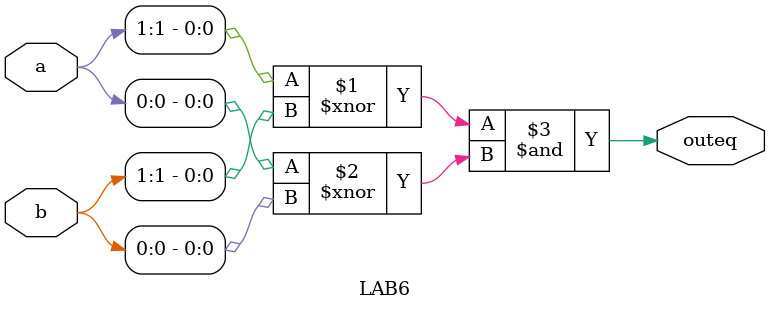
<source format=v>
/*
Name: Houston/Segal
Date: 2-13-14
Lab: Verilog
*/

module LAB6 (a,b,outeq);
input [1:0] a,b;
output outeq;
assign outeq = (a[1] ~^ b[1]) & (a[0] ~^ b[0]);
endmodule

</source>
